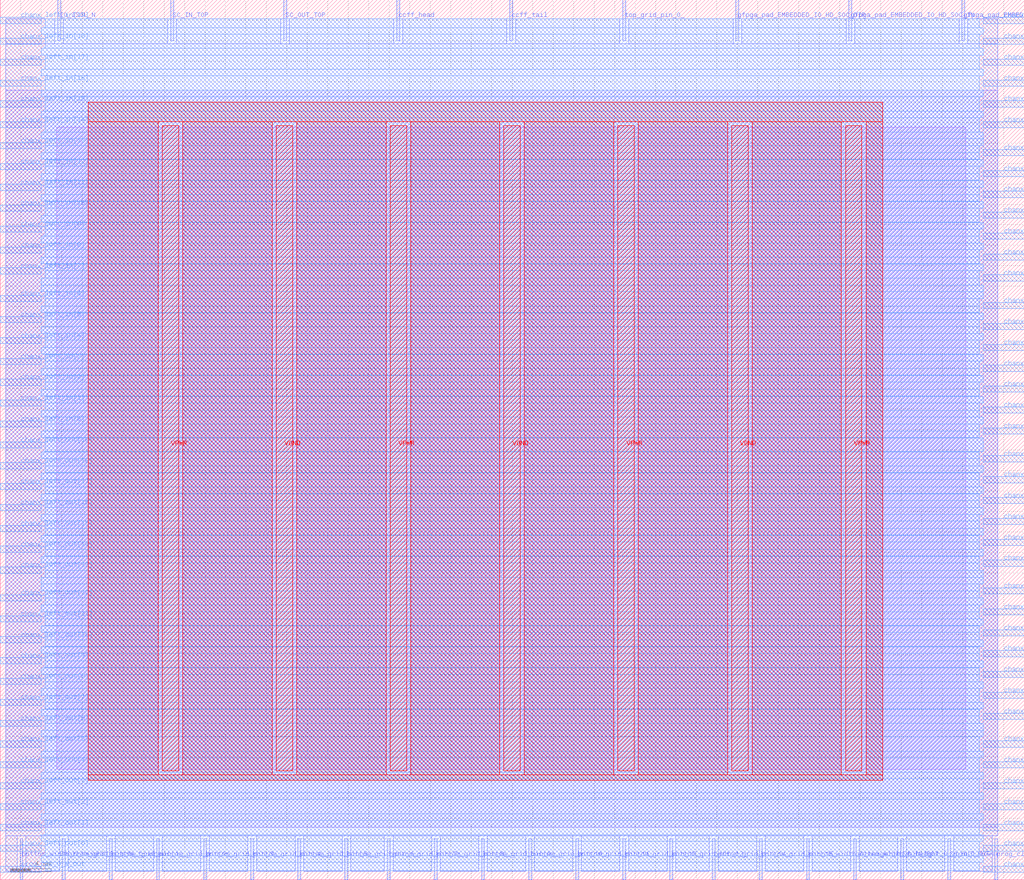
<source format=lef>
VERSION 5.7 ;
  NOWIREEXTENSIONATPIN ON ;
  DIVIDERCHAR "/" ;
  BUSBITCHARS "[]" ;
MACRO cbx_1__2_
  CLASS BLOCK ;
  FOREIGN cbx_1__2_ ;
  ORIGIN 0.000 0.000 ;
  SIZE 100.000 BY 86.000 ;
  PIN IO_ISOL_N
    DIRECTION INPUT ;
    USE SIGNAL ;
    PORT
      LAYER met2 ;
        RECT 5.610 82.000 5.890 86.000 ;
    END
  END IO_ISOL_N
  PIN SC_IN_BOT
    DIRECTION INPUT ;
    USE SIGNAL ;
    PORT
      LAYER met2 ;
        RECT 87.950 0.000 88.230 4.000 ;
    END
  END SC_IN_BOT
  PIN SC_IN_TOP
    DIRECTION INPUT ;
    USE SIGNAL ;
    PORT
      LAYER met2 ;
        RECT 16.650 82.000 16.930 86.000 ;
    END
  END SC_IN_TOP
  PIN SC_OUT_BOT
    DIRECTION OUTPUT TRISTATE ;
    USE SIGNAL ;
    PORT
      LAYER met2 ;
        RECT 92.550 0.000 92.830 4.000 ;
    END
  END SC_OUT_BOT
  PIN SC_OUT_TOP
    DIRECTION OUTPUT TRISTATE ;
    USE SIGNAL ;
    PORT
      LAYER met2 ;
        RECT 27.690 82.000 27.970 86.000 ;
    END
  END SC_OUT_TOP
  PIN VGND
    DIRECTION INPUT ;
    USE GROUND ;
    PORT
      LAYER met4 ;
        RECT 26.960 10.640 28.560 73.680 ;
    END
    PORT
      LAYER met4 ;
        RECT 49.200 10.640 50.800 73.680 ;
    END
    PORT
      LAYER met4 ;
        RECT 71.440 10.640 73.040 73.680 ;
    END
  END VGND
  PIN VPWR
    DIRECTION INPUT ;
    USE POWER ;
    PORT
      LAYER met4 ;
        RECT 15.840 10.640 17.440 73.680 ;
    END
    PORT
      LAYER met4 ;
        RECT 38.080 10.640 39.680 73.680 ;
    END
    PORT
      LAYER met4 ;
        RECT 60.320 10.640 61.920 73.680 ;
    END
    PORT
      LAYER met4 ;
        RECT 82.560 10.640 84.160 73.680 ;
    END
  END VPWR
  PIN bottom_grid_pin_0_
    DIRECTION OUTPUT TRISTATE ;
    USE SIGNAL ;
    PORT
      LAYER met2 ;
        RECT 6.070 0.000 6.350 4.000 ;
    END
  END bottom_grid_pin_0_
  PIN bottom_grid_pin_10_
    DIRECTION OUTPUT TRISTATE ;
    USE SIGNAL ;
    PORT
      LAYER met2 ;
        RECT 51.610 0.000 51.890 4.000 ;
    END
  END bottom_grid_pin_10_
  PIN bottom_grid_pin_11_
    DIRECTION OUTPUT TRISTATE ;
    USE SIGNAL ;
    PORT
      LAYER met2 ;
        RECT 56.210 0.000 56.490 4.000 ;
    END
  END bottom_grid_pin_11_
  PIN bottom_grid_pin_12_
    DIRECTION OUTPUT TRISTATE ;
    USE SIGNAL ;
    PORT
      LAYER met2 ;
        RECT 60.810 0.000 61.090 4.000 ;
    END
  END bottom_grid_pin_12_
  PIN bottom_grid_pin_13_
    DIRECTION OUTPUT TRISTATE ;
    USE SIGNAL ;
    PORT
      LAYER met2 ;
        RECT 65.410 0.000 65.690 4.000 ;
    END
  END bottom_grid_pin_13_
  PIN bottom_grid_pin_14_
    DIRECTION OUTPUT TRISTATE ;
    USE SIGNAL ;
    PORT
      LAYER met2 ;
        RECT 69.550 0.000 69.830 4.000 ;
    END
  END bottom_grid_pin_14_
  PIN bottom_grid_pin_15_
    DIRECTION OUTPUT TRISTATE ;
    USE SIGNAL ;
    PORT
      LAYER met2 ;
        RECT 74.150 0.000 74.430 4.000 ;
    END
  END bottom_grid_pin_15_
  PIN bottom_grid_pin_1_
    DIRECTION OUTPUT TRISTATE ;
    USE SIGNAL ;
    PORT
      LAYER met2 ;
        RECT 10.670 0.000 10.950 4.000 ;
    END
  END bottom_grid_pin_1_
  PIN bottom_grid_pin_2_
    DIRECTION OUTPUT TRISTATE ;
    USE SIGNAL ;
    PORT
      LAYER met2 ;
        RECT 15.270 0.000 15.550 4.000 ;
    END
  END bottom_grid_pin_2_
  PIN bottom_grid_pin_3_
    DIRECTION OUTPUT TRISTATE ;
    USE SIGNAL ;
    PORT
      LAYER met2 ;
        RECT 19.870 0.000 20.150 4.000 ;
    END
  END bottom_grid_pin_3_
  PIN bottom_grid_pin_4_
    DIRECTION OUTPUT TRISTATE ;
    USE SIGNAL ;
    PORT
      LAYER met2 ;
        RECT 24.470 0.000 24.750 4.000 ;
    END
  END bottom_grid_pin_4_
  PIN bottom_grid_pin_5_
    DIRECTION OUTPUT TRISTATE ;
    USE SIGNAL ;
    PORT
      LAYER met2 ;
        RECT 29.070 0.000 29.350 4.000 ;
    END
  END bottom_grid_pin_5_
  PIN bottom_grid_pin_6_
    DIRECTION OUTPUT TRISTATE ;
    USE SIGNAL ;
    PORT
      LAYER met2 ;
        RECT 33.670 0.000 33.950 4.000 ;
    END
  END bottom_grid_pin_6_
  PIN bottom_grid_pin_7_
    DIRECTION OUTPUT TRISTATE ;
    USE SIGNAL ;
    PORT
      LAYER met2 ;
        RECT 37.810 0.000 38.090 4.000 ;
    END
  END bottom_grid_pin_7_
  PIN bottom_grid_pin_8_
    DIRECTION OUTPUT TRISTATE ;
    USE SIGNAL ;
    PORT
      LAYER met2 ;
        RECT 42.410 0.000 42.690 4.000 ;
    END
  END bottom_grid_pin_8_
  PIN bottom_grid_pin_9_
    DIRECTION OUTPUT TRISTATE ;
    USE SIGNAL ;
    PORT
      LAYER met2 ;
        RECT 47.010 0.000 47.290 4.000 ;
    END
  END bottom_grid_pin_9_
  PIN bottom_width_0_height_0__pin_0_
    DIRECTION INPUT ;
    USE SIGNAL ;
    PORT
      LAYER met2 ;
        RECT 78.750 0.000 79.030 4.000 ;
    END
  END bottom_width_0_height_0__pin_0_
  PIN bottom_width_0_height_0__pin_1_lower
    DIRECTION OUTPUT TRISTATE ;
    USE SIGNAL ;
    PORT
      LAYER met2 ;
        RECT 83.350 0.000 83.630 4.000 ;
    END
  END bottom_width_0_height_0__pin_1_lower
  PIN bottom_width_0_height_0__pin_1_upper
    DIRECTION OUTPUT TRISTATE ;
    USE SIGNAL ;
    PORT
      LAYER met2 ;
        RECT 1.930 0.000 2.210 4.000 ;
    END
  END bottom_width_0_height_0__pin_1_upper
  PIN ccff_head
    DIRECTION INPUT ;
    USE SIGNAL ;
    PORT
      LAYER met2 ;
        RECT 38.730 82.000 39.010 86.000 ;
    END
  END ccff_head
  PIN ccff_tail
    DIRECTION OUTPUT TRISTATE ;
    USE SIGNAL ;
    PORT
      LAYER met2 ;
        RECT 49.770 82.000 50.050 86.000 ;
    END
  END ccff_tail
  PIN chanx_left_in[0]
    DIRECTION INPUT ;
    USE SIGNAL ;
    PORT
      LAYER met3 ;
        RECT 0.000 44.240 4.000 44.840 ;
    END
  END chanx_left_in[0]
  PIN chanx_left_in[10]
    DIRECTION INPUT ;
    USE SIGNAL ;
    PORT
      LAYER met3 ;
        RECT 0.000 65.320 4.000 65.920 ;
    END
  END chanx_left_in[10]
  PIN chanx_left_in[11]
    DIRECTION INPUT ;
    USE SIGNAL ;
    PORT
      LAYER met3 ;
        RECT 0.000 67.360 4.000 67.960 ;
    END
  END chanx_left_in[11]
  PIN chanx_left_in[12]
    DIRECTION INPUT ;
    USE SIGNAL ;
    PORT
      LAYER met3 ;
        RECT 0.000 69.400 4.000 70.000 ;
    END
  END chanx_left_in[12]
  PIN chanx_left_in[13]
    DIRECTION INPUT ;
    USE SIGNAL ;
    PORT
      LAYER met3 ;
        RECT 0.000 71.440 4.000 72.040 ;
    END
  END chanx_left_in[13]
  PIN chanx_left_in[14]
    DIRECTION INPUT ;
    USE SIGNAL ;
    PORT
      LAYER met3 ;
        RECT 0.000 73.480 4.000 74.080 ;
    END
  END chanx_left_in[14]
  PIN chanx_left_in[15]
    DIRECTION INPUT ;
    USE SIGNAL ;
    PORT
      LAYER met3 ;
        RECT 0.000 75.520 4.000 76.120 ;
    END
  END chanx_left_in[15]
  PIN chanx_left_in[16]
    DIRECTION INPUT ;
    USE SIGNAL ;
    PORT
      LAYER met3 ;
        RECT 0.000 77.560 4.000 78.160 ;
    END
  END chanx_left_in[16]
  PIN chanx_left_in[17]
    DIRECTION INPUT ;
    USE SIGNAL ;
    PORT
      LAYER met3 ;
        RECT 0.000 79.600 4.000 80.200 ;
    END
  END chanx_left_in[17]
  PIN chanx_left_in[18]
    DIRECTION INPUT ;
    USE SIGNAL ;
    PORT
      LAYER met3 ;
        RECT 0.000 81.640 4.000 82.240 ;
    END
  END chanx_left_in[18]
  PIN chanx_left_in[19]
    DIRECTION INPUT ;
    USE SIGNAL ;
    PORT
      LAYER met3 ;
        RECT 0.000 83.680 4.000 84.280 ;
    END
  END chanx_left_in[19]
  PIN chanx_left_in[1]
    DIRECTION INPUT ;
    USE SIGNAL ;
    PORT
      LAYER met3 ;
        RECT 0.000 46.280 4.000 46.880 ;
    END
  END chanx_left_in[1]
  PIN chanx_left_in[2]
    DIRECTION INPUT ;
    USE SIGNAL ;
    PORT
      LAYER met3 ;
        RECT 0.000 48.320 4.000 48.920 ;
    END
  END chanx_left_in[2]
  PIN chanx_left_in[3]
    DIRECTION INPUT ;
    USE SIGNAL ;
    PORT
      LAYER met3 ;
        RECT 0.000 50.360 4.000 50.960 ;
    END
  END chanx_left_in[3]
  PIN chanx_left_in[4]
    DIRECTION INPUT ;
    USE SIGNAL ;
    PORT
      LAYER met3 ;
        RECT 0.000 52.400 4.000 53.000 ;
    END
  END chanx_left_in[4]
  PIN chanx_left_in[5]
    DIRECTION INPUT ;
    USE SIGNAL ;
    PORT
      LAYER met3 ;
        RECT 0.000 54.440 4.000 55.040 ;
    END
  END chanx_left_in[5]
  PIN chanx_left_in[6]
    DIRECTION INPUT ;
    USE SIGNAL ;
    PORT
      LAYER met3 ;
        RECT 0.000 56.480 4.000 57.080 ;
    END
  END chanx_left_in[6]
  PIN chanx_left_in[7]
    DIRECTION INPUT ;
    USE SIGNAL ;
    PORT
      LAYER met3 ;
        RECT 0.000 59.200 4.000 59.800 ;
    END
  END chanx_left_in[7]
  PIN chanx_left_in[8]
    DIRECTION INPUT ;
    USE SIGNAL ;
    PORT
      LAYER met3 ;
        RECT 0.000 61.240 4.000 61.840 ;
    END
  END chanx_left_in[8]
  PIN chanx_left_in[9]
    DIRECTION INPUT ;
    USE SIGNAL ;
    PORT
      LAYER met3 ;
        RECT 0.000 63.280 4.000 63.880 ;
    END
  END chanx_left_in[9]
  PIN chanx_left_out[0]
    DIRECTION OUTPUT TRISTATE ;
    USE SIGNAL ;
    PORT
      LAYER met3 ;
        RECT 0.000 2.760 4.000 3.360 ;
    END
  END chanx_left_out[0]
  PIN chanx_left_out[10]
    DIRECTION OUTPUT TRISTATE ;
    USE SIGNAL ;
    PORT
      LAYER met3 ;
        RECT 0.000 23.160 4.000 23.760 ;
    END
  END chanx_left_out[10]
  PIN chanx_left_out[11]
    DIRECTION OUTPUT TRISTATE ;
    USE SIGNAL ;
    PORT
      LAYER met3 ;
        RECT 0.000 25.200 4.000 25.800 ;
    END
  END chanx_left_out[11]
  PIN chanx_left_out[12]
    DIRECTION OUTPUT TRISTATE ;
    USE SIGNAL ;
    PORT
      LAYER met3 ;
        RECT 0.000 27.240 4.000 27.840 ;
    END
  END chanx_left_out[12]
  PIN chanx_left_out[13]
    DIRECTION OUTPUT TRISTATE ;
    USE SIGNAL ;
    PORT
      LAYER met3 ;
        RECT 0.000 29.960 4.000 30.560 ;
    END
  END chanx_left_out[13]
  PIN chanx_left_out[14]
    DIRECTION OUTPUT TRISTATE ;
    USE SIGNAL ;
    PORT
      LAYER met3 ;
        RECT 0.000 32.000 4.000 32.600 ;
    END
  END chanx_left_out[14]
  PIN chanx_left_out[15]
    DIRECTION OUTPUT TRISTATE ;
    USE SIGNAL ;
    PORT
      LAYER met3 ;
        RECT 0.000 34.040 4.000 34.640 ;
    END
  END chanx_left_out[15]
  PIN chanx_left_out[16]
    DIRECTION OUTPUT TRISTATE ;
    USE SIGNAL ;
    PORT
      LAYER met3 ;
        RECT 0.000 36.080 4.000 36.680 ;
    END
  END chanx_left_out[16]
  PIN chanx_left_out[17]
    DIRECTION OUTPUT TRISTATE ;
    USE SIGNAL ;
    PORT
      LAYER met3 ;
        RECT 0.000 38.120 4.000 38.720 ;
    END
  END chanx_left_out[17]
  PIN chanx_left_out[18]
    DIRECTION OUTPUT TRISTATE ;
    USE SIGNAL ;
    PORT
      LAYER met3 ;
        RECT 0.000 40.160 4.000 40.760 ;
    END
  END chanx_left_out[18]
  PIN chanx_left_out[19]
    DIRECTION OUTPUT TRISTATE ;
    USE SIGNAL ;
    PORT
      LAYER met3 ;
        RECT 0.000 42.200 4.000 42.800 ;
    END
  END chanx_left_out[19]
  PIN chanx_left_out[1]
    DIRECTION OUTPUT TRISTATE ;
    USE SIGNAL ;
    PORT
      LAYER met3 ;
        RECT 0.000 4.800 4.000 5.400 ;
    END
  END chanx_left_out[1]
  PIN chanx_left_out[2]
    DIRECTION OUTPUT TRISTATE ;
    USE SIGNAL ;
    PORT
      LAYER met3 ;
        RECT 0.000 6.840 4.000 7.440 ;
    END
  END chanx_left_out[2]
  PIN chanx_left_out[3]
    DIRECTION OUTPUT TRISTATE ;
    USE SIGNAL ;
    PORT
      LAYER met3 ;
        RECT 0.000 8.880 4.000 9.480 ;
    END
  END chanx_left_out[3]
  PIN chanx_left_out[4]
    DIRECTION OUTPUT TRISTATE ;
    USE SIGNAL ;
    PORT
      LAYER met3 ;
        RECT 0.000 10.920 4.000 11.520 ;
    END
  END chanx_left_out[4]
  PIN chanx_left_out[5]
    DIRECTION OUTPUT TRISTATE ;
    USE SIGNAL ;
    PORT
      LAYER met3 ;
        RECT 0.000 12.960 4.000 13.560 ;
    END
  END chanx_left_out[5]
  PIN chanx_left_out[6]
    DIRECTION OUTPUT TRISTATE ;
    USE SIGNAL ;
    PORT
      LAYER met3 ;
        RECT 0.000 15.000 4.000 15.600 ;
    END
  END chanx_left_out[6]
  PIN chanx_left_out[7]
    DIRECTION OUTPUT TRISTATE ;
    USE SIGNAL ;
    PORT
      LAYER met3 ;
        RECT 0.000 17.040 4.000 17.640 ;
    END
  END chanx_left_out[7]
  PIN chanx_left_out[8]
    DIRECTION OUTPUT TRISTATE ;
    USE SIGNAL ;
    PORT
      LAYER met3 ;
        RECT 0.000 19.080 4.000 19.680 ;
    END
  END chanx_left_out[8]
  PIN chanx_left_out[9]
    DIRECTION OUTPUT TRISTATE ;
    USE SIGNAL ;
    PORT
      LAYER met3 ;
        RECT 0.000 21.120 4.000 21.720 ;
    END
  END chanx_left_out[9]
  PIN chanx_right_in[0]
    DIRECTION INPUT ;
    USE SIGNAL ;
    PORT
      LAYER met3 ;
        RECT 96.000 43.560 100.000 44.160 ;
    END
  END chanx_right_in[0]
  PIN chanx_right_in[10]
    DIRECTION INPUT ;
    USE SIGNAL ;
    PORT
      LAYER met3 ;
        RECT 96.000 64.640 100.000 65.240 ;
    END
  END chanx_right_in[10]
  PIN chanx_right_in[11]
    DIRECTION INPUT ;
    USE SIGNAL ;
    PORT
      LAYER met3 ;
        RECT 96.000 66.680 100.000 67.280 ;
    END
  END chanx_right_in[11]
  PIN chanx_right_in[12]
    DIRECTION INPUT ;
    USE SIGNAL ;
    PORT
      LAYER met3 ;
        RECT 96.000 68.720 100.000 69.320 ;
    END
  END chanx_right_in[12]
  PIN chanx_right_in[13]
    DIRECTION INPUT ;
    USE SIGNAL ;
    PORT
      LAYER met3 ;
        RECT 96.000 70.760 100.000 71.360 ;
    END
  END chanx_right_in[13]
  PIN chanx_right_in[14]
    DIRECTION INPUT ;
    USE SIGNAL ;
    PORT
      LAYER met3 ;
        RECT 96.000 73.480 100.000 74.080 ;
    END
  END chanx_right_in[14]
  PIN chanx_right_in[15]
    DIRECTION INPUT ;
    USE SIGNAL ;
    PORT
      LAYER met3 ;
        RECT 96.000 75.520 100.000 76.120 ;
    END
  END chanx_right_in[15]
  PIN chanx_right_in[16]
    DIRECTION INPUT ;
    USE SIGNAL ;
    PORT
      LAYER met3 ;
        RECT 96.000 77.560 100.000 78.160 ;
    END
  END chanx_right_in[16]
  PIN chanx_right_in[17]
    DIRECTION INPUT ;
    USE SIGNAL ;
    PORT
      LAYER met3 ;
        RECT 96.000 79.600 100.000 80.200 ;
    END
  END chanx_right_in[17]
  PIN chanx_right_in[18]
    DIRECTION INPUT ;
    USE SIGNAL ;
    PORT
      LAYER met3 ;
        RECT 96.000 81.640 100.000 82.240 ;
    END
  END chanx_right_in[18]
  PIN chanx_right_in[19]
    DIRECTION INPUT ;
    USE SIGNAL ;
    PORT
      LAYER met3 ;
        RECT 96.000 83.680 100.000 84.280 ;
    END
  END chanx_right_in[19]
  PIN chanx_right_in[1]
    DIRECTION INPUT ;
    USE SIGNAL ;
    PORT
      LAYER met3 ;
        RECT 96.000 45.600 100.000 46.200 ;
    END
  END chanx_right_in[1]
  PIN chanx_right_in[2]
    DIRECTION INPUT ;
    USE SIGNAL ;
    PORT
      LAYER met3 ;
        RECT 96.000 47.640 100.000 48.240 ;
    END
  END chanx_right_in[2]
  PIN chanx_right_in[3]
    DIRECTION INPUT ;
    USE SIGNAL ;
    PORT
      LAYER met3 ;
        RECT 96.000 49.680 100.000 50.280 ;
    END
  END chanx_right_in[3]
  PIN chanx_right_in[4]
    DIRECTION INPUT ;
    USE SIGNAL ;
    PORT
      LAYER met3 ;
        RECT 96.000 51.720 100.000 52.320 ;
    END
  END chanx_right_in[4]
  PIN chanx_right_in[5]
    DIRECTION INPUT ;
    USE SIGNAL ;
    PORT
      LAYER met3 ;
        RECT 96.000 53.760 100.000 54.360 ;
    END
  END chanx_right_in[5]
  PIN chanx_right_in[6]
    DIRECTION INPUT ;
    USE SIGNAL ;
    PORT
      LAYER met3 ;
        RECT 96.000 55.800 100.000 56.400 ;
    END
  END chanx_right_in[6]
  PIN chanx_right_in[7]
    DIRECTION INPUT ;
    USE SIGNAL ;
    PORT
      LAYER met3 ;
        RECT 96.000 58.520 100.000 59.120 ;
    END
  END chanx_right_in[7]
  PIN chanx_right_in[8]
    DIRECTION INPUT ;
    USE SIGNAL ;
    PORT
      LAYER met3 ;
        RECT 96.000 60.560 100.000 61.160 ;
    END
  END chanx_right_in[8]
  PIN chanx_right_in[9]
    DIRECTION INPUT ;
    USE SIGNAL ;
    PORT
      LAYER met3 ;
        RECT 96.000 62.600 100.000 63.200 ;
    END
  END chanx_right_in[9]
  PIN chanx_right_out[0]
    DIRECTION OUTPUT TRISTATE ;
    USE SIGNAL ;
    PORT
      LAYER met3 ;
        RECT 96.000 0.720 100.000 1.320 ;
    END
  END chanx_right_out[0]
  PIN chanx_right_out[10]
    DIRECTION OUTPUT TRISTATE ;
    USE SIGNAL ;
    PORT
      LAYER met3 ;
        RECT 96.000 21.800 100.000 22.400 ;
    END
  END chanx_right_out[10]
  PIN chanx_right_out[11]
    DIRECTION OUTPUT TRISTATE ;
    USE SIGNAL ;
    PORT
      LAYER met3 ;
        RECT 96.000 23.840 100.000 24.440 ;
    END
  END chanx_right_out[11]
  PIN chanx_right_out[12]
    DIRECTION OUTPUT TRISTATE ;
    USE SIGNAL ;
    PORT
      LAYER met3 ;
        RECT 96.000 25.880 100.000 26.480 ;
    END
  END chanx_right_out[12]
  PIN chanx_right_out[13]
    DIRECTION OUTPUT TRISTATE ;
    USE SIGNAL ;
    PORT
      LAYER met3 ;
        RECT 96.000 27.920 100.000 28.520 ;
    END
  END chanx_right_out[13]
  PIN chanx_right_out[14]
    DIRECTION OUTPUT TRISTATE ;
    USE SIGNAL ;
    PORT
      LAYER met3 ;
        RECT 96.000 30.640 100.000 31.240 ;
    END
  END chanx_right_out[14]
  PIN chanx_right_out[15]
    DIRECTION OUTPUT TRISTATE ;
    USE SIGNAL ;
    PORT
      LAYER met3 ;
        RECT 96.000 32.680 100.000 33.280 ;
    END
  END chanx_right_out[15]
  PIN chanx_right_out[16]
    DIRECTION OUTPUT TRISTATE ;
    USE SIGNAL ;
    PORT
      LAYER met3 ;
        RECT 96.000 34.720 100.000 35.320 ;
    END
  END chanx_right_out[16]
  PIN chanx_right_out[17]
    DIRECTION OUTPUT TRISTATE ;
    USE SIGNAL ;
    PORT
      LAYER met3 ;
        RECT 96.000 36.760 100.000 37.360 ;
    END
  END chanx_right_out[17]
  PIN chanx_right_out[18]
    DIRECTION OUTPUT TRISTATE ;
    USE SIGNAL ;
    PORT
      LAYER met3 ;
        RECT 96.000 38.800 100.000 39.400 ;
    END
  END chanx_right_out[18]
  PIN chanx_right_out[19]
    DIRECTION OUTPUT TRISTATE ;
    USE SIGNAL ;
    PORT
      LAYER met3 ;
        RECT 96.000 40.840 100.000 41.440 ;
    END
  END chanx_right_out[19]
  PIN chanx_right_out[1]
    DIRECTION OUTPUT TRISTATE ;
    USE SIGNAL ;
    PORT
      LAYER met3 ;
        RECT 96.000 2.760 100.000 3.360 ;
    END
  END chanx_right_out[1]
  PIN chanx_right_out[2]
    DIRECTION OUTPUT TRISTATE ;
    USE SIGNAL ;
    PORT
      LAYER met3 ;
        RECT 96.000 4.800 100.000 5.400 ;
    END
  END chanx_right_out[2]
  PIN chanx_right_out[3]
    DIRECTION OUTPUT TRISTATE ;
    USE SIGNAL ;
    PORT
      LAYER met3 ;
        RECT 96.000 6.840 100.000 7.440 ;
    END
  END chanx_right_out[3]
  PIN chanx_right_out[4]
    DIRECTION OUTPUT TRISTATE ;
    USE SIGNAL ;
    PORT
      LAYER met3 ;
        RECT 96.000 8.880 100.000 9.480 ;
    END
  END chanx_right_out[4]
  PIN chanx_right_out[5]
    DIRECTION OUTPUT TRISTATE ;
    USE SIGNAL ;
    PORT
      LAYER met3 ;
        RECT 96.000 10.920 100.000 11.520 ;
    END
  END chanx_right_out[5]
  PIN chanx_right_out[6]
    DIRECTION OUTPUT TRISTATE ;
    USE SIGNAL ;
    PORT
      LAYER met3 ;
        RECT 96.000 12.960 100.000 13.560 ;
    END
  END chanx_right_out[6]
  PIN chanx_right_out[7]
    DIRECTION OUTPUT TRISTATE ;
    USE SIGNAL ;
    PORT
      LAYER met3 ;
        RECT 96.000 15.680 100.000 16.280 ;
    END
  END chanx_right_out[7]
  PIN chanx_right_out[8]
    DIRECTION OUTPUT TRISTATE ;
    USE SIGNAL ;
    PORT
      LAYER met3 ;
        RECT 96.000 17.720 100.000 18.320 ;
    END
  END chanx_right_out[8]
  PIN chanx_right_out[9]
    DIRECTION OUTPUT TRISTATE ;
    USE SIGNAL ;
    PORT
      LAYER met3 ;
        RECT 96.000 19.760 100.000 20.360 ;
    END
  END chanx_right_out[9]
  PIN gfpga_pad_EMBEDDED_IO_HD_SOC_DIR
    DIRECTION OUTPUT TRISTATE ;
    USE SIGNAL ;
    PORT
      LAYER met2 ;
        RECT 71.850 82.000 72.130 86.000 ;
    END
  END gfpga_pad_EMBEDDED_IO_HD_SOC_DIR
  PIN gfpga_pad_EMBEDDED_IO_HD_SOC_IN
    DIRECTION INPUT ;
    USE SIGNAL ;
    PORT
      LAYER met2 ;
        RECT 82.890 82.000 83.170 86.000 ;
    END
  END gfpga_pad_EMBEDDED_IO_HD_SOC_IN
  PIN gfpga_pad_EMBEDDED_IO_HD_SOC_OUT
    DIRECTION OUTPUT TRISTATE ;
    USE SIGNAL ;
    PORT
      LAYER met2 ;
        RECT 93.930 82.000 94.210 86.000 ;
    END
  END gfpga_pad_EMBEDDED_IO_HD_SOC_OUT
  PIN prog_clk_0_S_in
    DIRECTION INPUT ;
    USE SIGNAL ;
    PORT
      LAYER met2 ;
        RECT 97.150 0.000 97.430 4.000 ;
    END
  END prog_clk_0_S_in
  PIN prog_clk_0_W_out
    DIRECTION OUTPUT TRISTATE ;
    USE SIGNAL ;
    PORT
      LAYER met3 ;
        RECT 0.000 0.720 4.000 1.320 ;
    END
  END prog_clk_0_W_out
  PIN top_grid_pin_0_
    DIRECTION OUTPUT TRISTATE ;
    USE SIGNAL ;
    PORT
      LAYER met2 ;
        RECT 60.810 82.000 61.090 86.000 ;
    END
  END top_grid_pin_0_
  OBS
      LAYER li1 ;
        RECT 5.520 10.795 94.300 73.525 ;
      LAYER met1 ;
        RECT 0.530 5.140 97.450 77.140 ;
      LAYER met2 ;
        RECT 0.560 81.720 5.330 84.165 ;
        RECT 6.170 81.720 16.370 84.165 ;
        RECT 17.210 81.720 27.410 84.165 ;
        RECT 28.250 81.720 38.450 84.165 ;
        RECT 39.290 81.720 49.490 84.165 ;
        RECT 50.330 81.720 60.530 84.165 ;
        RECT 61.370 81.720 71.570 84.165 ;
        RECT 72.410 81.720 82.610 84.165 ;
        RECT 83.450 81.720 93.650 84.165 ;
        RECT 94.490 81.720 97.420 84.165 ;
        RECT 0.560 4.280 97.420 81.720 ;
        RECT 0.560 0.835 1.650 4.280 ;
        RECT 2.490 0.835 5.790 4.280 ;
        RECT 6.630 0.835 10.390 4.280 ;
        RECT 11.230 0.835 14.990 4.280 ;
        RECT 15.830 0.835 19.590 4.280 ;
        RECT 20.430 0.835 24.190 4.280 ;
        RECT 25.030 0.835 28.790 4.280 ;
        RECT 29.630 0.835 33.390 4.280 ;
        RECT 34.230 0.835 37.530 4.280 ;
        RECT 38.370 0.835 42.130 4.280 ;
        RECT 42.970 0.835 46.730 4.280 ;
        RECT 47.570 0.835 51.330 4.280 ;
        RECT 52.170 0.835 55.930 4.280 ;
        RECT 56.770 0.835 60.530 4.280 ;
        RECT 61.370 0.835 65.130 4.280 ;
        RECT 65.970 0.835 69.270 4.280 ;
        RECT 70.110 0.835 73.870 4.280 ;
        RECT 74.710 0.835 78.470 4.280 ;
        RECT 79.310 0.835 83.070 4.280 ;
        RECT 83.910 0.835 87.670 4.280 ;
        RECT 88.510 0.835 92.270 4.280 ;
        RECT 93.110 0.835 96.870 4.280 ;
      LAYER met3 ;
        RECT 4.400 83.280 95.600 84.145 ;
        RECT 4.000 82.640 96.000 83.280 ;
        RECT 4.400 81.240 95.600 82.640 ;
        RECT 4.000 80.600 96.000 81.240 ;
        RECT 4.400 79.200 95.600 80.600 ;
        RECT 4.000 78.560 96.000 79.200 ;
        RECT 4.400 77.160 95.600 78.560 ;
        RECT 4.000 76.520 96.000 77.160 ;
        RECT 4.400 75.120 95.600 76.520 ;
        RECT 4.000 74.480 96.000 75.120 ;
        RECT 4.400 73.080 95.600 74.480 ;
        RECT 4.000 72.440 96.000 73.080 ;
        RECT 4.400 71.760 96.000 72.440 ;
        RECT 4.400 71.040 95.600 71.760 ;
        RECT 4.000 70.400 95.600 71.040 ;
        RECT 4.400 70.360 95.600 70.400 ;
        RECT 4.400 69.720 96.000 70.360 ;
        RECT 4.400 69.000 95.600 69.720 ;
        RECT 4.000 68.360 95.600 69.000 ;
        RECT 4.400 68.320 95.600 68.360 ;
        RECT 4.400 67.680 96.000 68.320 ;
        RECT 4.400 66.960 95.600 67.680 ;
        RECT 4.000 66.320 95.600 66.960 ;
        RECT 4.400 66.280 95.600 66.320 ;
        RECT 4.400 65.640 96.000 66.280 ;
        RECT 4.400 64.920 95.600 65.640 ;
        RECT 4.000 64.280 95.600 64.920 ;
        RECT 4.400 64.240 95.600 64.280 ;
        RECT 4.400 63.600 96.000 64.240 ;
        RECT 4.400 62.880 95.600 63.600 ;
        RECT 4.000 62.240 95.600 62.880 ;
        RECT 4.400 62.200 95.600 62.240 ;
        RECT 4.400 61.560 96.000 62.200 ;
        RECT 4.400 60.840 95.600 61.560 ;
        RECT 4.000 60.200 95.600 60.840 ;
        RECT 4.400 60.160 95.600 60.200 ;
        RECT 4.400 59.520 96.000 60.160 ;
        RECT 4.400 58.800 95.600 59.520 ;
        RECT 4.000 58.120 95.600 58.800 ;
        RECT 4.000 57.480 96.000 58.120 ;
        RECT 4.400 56.800 96.000 57.480 ;
        RECT 4.400 56.080 95.600 56.800 ;
        RECT 4.000 55.440 95.600 56.080 ;
        RECT 4.400 55.400 95.600 55.440 ;
        RECT 4.400 54.760 96.000 55.400 ;
        RECT 4.400 54.040 95.600 54.760 ;
        RECT 4.000 53.400 95.600 54.040 ;
        RECT 4.400 53.360 95.600 53.400 ;
        RECT 4.400 52.720 96.000 53.360 ;
        RECT 4.400 52.000 95.600 52.720 ;
        RECT 4.000 51.360 95.600 52.000 ;
        RECT 4.400 51.320 95.600 51.360 ;
        RECT 4.400 50.680 96.000 51.320 ;
        RECT 4.400 49.960 95.600 50.680 ;
        RECT 4.000 49.320 95.600 49.960 ;
        RECT 4.400 49.280 95.600 49.320 ;
        RECT 4.400 48.640 96.000 49.280 ;
        RECT 4.400 47.920 95.600 48.640 ;
        RECT 4.000 47.280 95.600 47.920 ;
        RECT 4.400 47.240 95.600 47.280 ;
        RECT 4.400 46.600 96.000 47.240 ;
        RECT 4.400 45.880 95.600 46.600 ;
        RECT 4.000 45.240 95.600 45.880 ;
        RECT 4.400 45.200 95.600 45.240 ;
        RECT 4.400 44.560 96.000 45.200 ;
        RECT 4.400 43.840 95.600 44.560 ;
        RECT 4.000 43.200 95.600 43.840 ;
        RECT 4.400 43.160 95.600 43.200 ;
        RECT 4.400 41.840 96.000 43.160 ;
        RECT 4.400 41.800 95.600 41.840 ;
        RECT 4.000 41.160 95.600 41.800 ;
        RECT 4.400 40.440 95.600 41.160 ;
        RECT 4.400 39.800 96.000 40.440 ;
        RECT 4.400 39.760 95.600 39.800 ;
        RECT 4.000 39.120 95.600 39.760 ;
        RECT 4.400 38.400 95.600 39.120 ;
        RECT 4.400 37.760 96.000 38.400 ;
        RECT 4.400 37.720 95.600 37.760 ;
        RECT 4.000 37.080 95.600 37.720 ;
        RECT 4.400 36.360 95.600 37.080 ;
        RECT 4.400 35.720 96.000 36.360 ;
        RECT 4.400 35.680 95.600 35.720 ;
        RECT 4.000 35.040 95.600 35.680 ;
        RECT 4.400 34.320 95.600 35.040 ;
        RECT 4.400 33.680 96.000 34.320 ;
        RECT 4.400 33.640 95.600 33.680 ;
        RECT 4.000 33.000 95.600 33.640 ;
        RECT 4.400 32.280 95.600 33.000 ;
        RECT 4.400 31.640 96.000 32.280 ;
        RECT 4.400 31.600 95.600 31.640 ;
        RECT 4.000 30.960 95.600 31.600 ;
        RECT 4.400 30.240 95.600 30.960 ;
        RECT 4.400 29.560 96.000 30.240 ;
        RECT 4.000 28.920 96.000 29.560 ;
        RECT 4.000 28.240 95.600 28.920 ;
        RECT 4.400 27.520 95.600 28.240 ;
        RECT 4.400 26.880 96.000 27.520 ;
        RECT 4.400 26.840 95.600 26.880 ;
        RECT 4.000 26.200 95.600 26.840 ;
        RECT 4.400 25.480 95.600 26.200 ;
        RECT 4.400 24.840 96.000 25.480 ;
        RECT 4.400 24.800 95.600 24.840 ;
        RECT 4.000 24.160 95.600 24.800 ;
        RECT 4.400 23.440 95.600 24.160 ;
        RECT 4.400 22.800 96.000 23.440 ;
        RECT 4.400 22.760 95.600 22.800 ;
        RECT 4.000 22.120 95.600 22.760 ;
        RECT 4.400 21.400 95.600 22.120 ;
        RECT 4.400 20.760 96.000 21.400 ;
        RECT 4.400 20.720 95.600 20.760 ;
        RECT 4.000 20.080 95.600 20.720 ;
        RECT 4.400 19.360 95.600 20.080 ;
        RECT 4.400 18.720 96.000 19.360 ;
        RECT 4.400 18.680 95.600 18.720 ;
        RECT 4.000 18.040 95.600 18.680 ;
        RECT 4.400 17.320 95.600 18.040 ;
        RECT 4.400 16.680 96.000 17.320 ;
        RECT 4.400 16.640 95.600 16.680 ;
        RECT 4.000 16.000 95.600 16.640 ;
        RECT 4.400 15.280 95.600 16.000 ;
        RECT 4.400 14.600 96.000 15.280 ;
        RECT 4.000 13.960 96.000 14.600 ;
        RECT 4.400 12.560 95.600 13.960 ;
        RECT 4.000 11.920 96.000 12.560 ;
        RECT 4.400 10.520 95.600 11.920 ;
        RECT 4.000 9.880 96.000 10.520 ;
        RECT 4.400 8.480 95.600 9.880 ;
        RECT 4.000 7.840 96.000 8.480 ;
        RECT 4.400 6.440 95.600 7.840 ;
        RECT 4.000 5.800 96.000 6.440 ;
        RECT 4.400 4.400 95.600 5.800 ;
        RECT 4.000 3.760 96.000 4.400 ;
        RECT 4.400 2.360 95.600 3.760 ;
        RECT 4.000 1.720 96.000 2.360 ;
        RECT 4.400 0.855 95.600 1.720 ;
      LAYER met4 ;
        RECT 8.575 74.080 86.185 75.985 ;
        RECT 8.575 10.240 15.440 74.080 ;
        RECT 17.840 10.240 26.560 74.080 ;
        RECT 28.960 10.240 37.680 74.080 ;
        RECT 40.080 10.240 48.800 74.080 ;
        RECT 51.200 10.240 59.920 74.080 ;
        RECT 62.320 10.240 71.040 74.080 ;
        RECT 73.440 10.240 82.160 74.080 ;
        RECT 84.560 10.240 86.185 74.080 ;
        RECT 8.575 9.695 86.185 10.240 ;
  END
END cbx_1__2_
END LIBRARY


</source>
